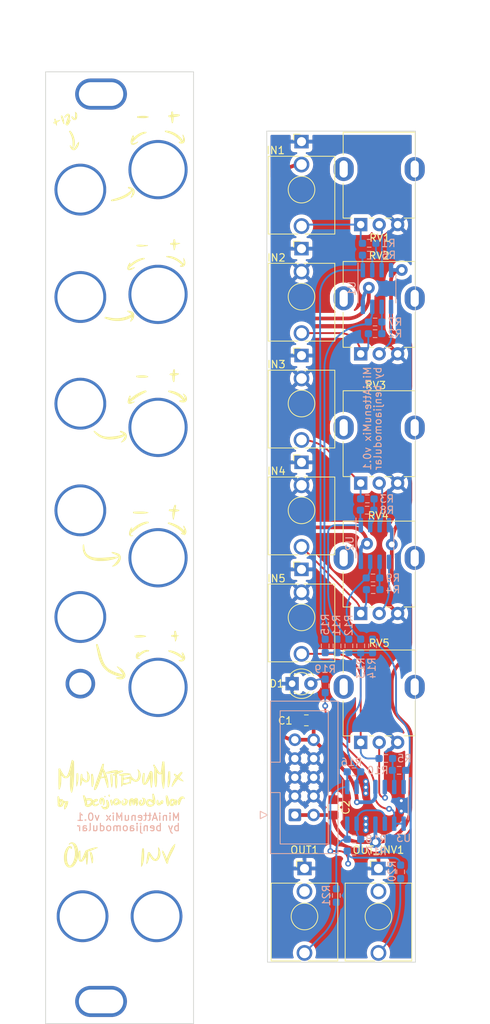
<source format=kicad_pcb>
(kicad_pcb (version 20211014) (generator pcbnew)
  (title_block (title "MiniAttenuMix") (rev "v0.1") (company "benjiaomodular"))
  (layers (0 "F.Cu" signal) (31 "B.Cu" signal) (34 "B.Paste" user) (35 "F.Paste" user) (36 "B.SilkS" user "B.Silkscreen") (37 "F.SilkS" user "F.Silkscreen") (38 "B.Mask" user) (39 "F.Mask" user) (44 "Edge.Cuts" user))
  (net 0 "")
  (net 1 "POS_12V")
  (net 2 "GND")
  (net 3 "NEG_12V")
  (net 4 "Net-(D1-Pad2)")
  (net 5 "Net-(IN1-PadT)")
  (net 6 "Net-(IN2-PadT)")
  (net 7 "Net-(IN3-PadT)")
  (net 8 "Net-(IN4-PadT)")
  (net 10 "Net-(OUT1-PadT)")
  (net 12 "Net-(OUT_INV1-PadT)")
  (net 13 "Net-(R1-Pad2)")
  (net 14 "Net-(R2-Pad2)")
  (net 15 "Net-(R3-Pad2)")
  (net 16 "Net-(R4-Pad2)")
  (net 17 "Net-(R12-Pad1)")
  (net 18 "Net-(R16-Pad2)")
  (net 19 "Net-(RV1-Pad2)")
  (net 20 "Net-(RV2-Pad2)")
  (net 21 "Net-(RV3-Pad2)")
  (net 22 "Net-(RV4-Pad2)")
  (net 23 "Net-(IN5-PadT)")
  (net 24 "Net-(R15-Pad1)")
  (net 25 "Net-(R11-Pad1)")
  (net 26 "Net-(R13-Pad1)")
  (net 27 "Net-(R11-Pad2)")
  (net 28 "Net-(R17-Pad2)")
  (net 29 "Net-(R18-Pad2)")
  (net 30 "Net-(R19-Pad2)")
  (net 31 "Net-(R10-Pad1)")
  (net 32 "Net-(R10-Pad2)")
  (net 33 "Net-(RV5-Pad2)")
  (footprint "benjiaomodular:PanelHole_AudioJack_3.5mm" (layer "F.Cu") (at 114.7 68.3)
    (fp_text reference "REF**")
    (fp_text value "PanelHole_AudioJack_3.5mm")
    (pad "" np_thru_hole circle (at 0 6.5 180) (size 7 7) (drill 6.2) (layers F&B.Cu *.Mask))
  )
  (footprint "benjiaomodular:Potentiometer_RV09" (layer "F.Cu") (at 152.6 103.125 90)
    (fp_text reference "RV4" (at 13.2 2.375 180) (layer "F.SilkS"))
    (fp_text value "B10k")
    (pad "" thru_hole oval locked (at 7.5 7.3 180) (size 2.72 3.24) (drill oval 1.1 2.3) (layers *.Cu *.Mask))
    (pad "" thru_hole oval locked (at 7.5 -2.3 180) (size 2.72 3.24) (drill oval 1.1 2.3) (layers *.Cu *.Mask))
    (pad "1" thru_hole rect locked (at 0 0 180) (size 1.8 1.8) (drill 1) (layers *.Cu *.Mask) (net 8 "Net-(IN4-PadT)"))
    (pad "2" thru_hole circle locked (at 0 2.5 180) (size 1.8 1.8) (drill 1) (layers *.Cu *.Mask) (net 22 "Net-(RV4-Pad2)"))
    (pad "3" thru_hole circle locked (at 0 5 180) (size 1.8 1.8) (drill 1) (layers *.Cu *.Mask) (net 2 "GND"))
  )
  (footprint "benjiaomodular:AudioJack_3.5mm" (layer "F.Cu") (at 155 137.55)
    (fp_text reference "OUT_INV1" (at 0 -2.5) (layer "F.SilkS"))
    (fp_text value "PJ-3001F" hide)
    (pad "S" thru_hole rect locked (at 0 0 180) (size 1.93 1.83) (drill 1.22) (layers *.Cu *.Mask) (net 2 "GND"))
    (pad "T" thru_hole circle locked (at 0 11.4 180) (size 2.13 2.13) (drill 1.43) (layers *.Cu *.Mask) (net 12 "Net-(OUT_INV1-PadT)"))
    (pad "TN" thru_hole circle locked (at 0 3.1 180) (size 2.13 2.13) (drill 1.42) (layers *.Cu *.Mask))
  )
  (footprint "benjiaomodular:PanelHole_AudioJack_3.5mm" (layer "F.Cu") (at 115 137.5)
    (fp_text reference "REF**")
    (fp_text value "PanelHole_AudioJack_3.5mm")
    (pad "" np_thru_hole circle (at 0 6.5 180) (size 7 7) (drill 6.2) (layers F&B.Cu *.Mask))
  )
  (footprint "LED_THT:LED_D3.0mm" (layer "F.Cu") (at 143.325 112.6)
    (fp_text reference "D1" (at -2.075 0) (layer "F.SilkS"))
    (fp_text value "LED_Dual_Bidirectional" hide)
    (pad "1" thru_hole rect (at 0 0) (size 1.8 1.8) (drill 0.9) (layers *.Cu *.Mask) (net 2 "GND"))
    (pad "2" thru_hole circle (at 2.54 0) (size 1.8 1.8) (drill 0.9) (layers *.Cu *.Mask) (net 4 "Net-(D1-Pad2)"))
  )
  (footprint "benjiaomodular:AudioJack_3.5mm" (layer "F.Cu") (at 144.6 53.87)
    (fp_text reference "IN2" (at -3.4 1.23) (layer "F.SilkS"))
    (fp_text value "PJ-3001F" hide)
    (pad "S" thru_hole rect locked (at 0 0 180) (size 1.93 1.83) (drill 1.22) (layers *.Cu *.Mask) (net 2 "GND"))
    (pad "T" thru_hole circle locked (at 0 11.4 180) (size 2.13 2.13) (drill 1.43) (layers *.Cu *.Mask) (net 6 "Net-(IN2-PadT)"))
    (pad "TN" thru_hole circle locked (at 0 3.1 180) (size 2.13 2.13) (drill 1.42) (layers *.Cu *.Mask) (net 2 "GND"))
  )
  (footprint "LOGO" (layer "F.Cu") (at 159.909954 129.681263)
    (fp_text reference "G***" hide)
    (fp_text value "LOGO" hide)
  )
  (footprint "benjiaomodular:PanelHole_Potentiometer_RV09" (layer "F.Cu") (at 122.7 120.6 90)
    (fp_text reference "REF**" hide)
    (fp_text value "PanelHole_Potentiometer_RV09" hide)
    (pad "" np_thru_hole circle (at 7.5 2.5 180) (size 8 8) (drill 7.2) (layers F&B.Cu *.Mask))
  )
  (footprint "benjiaomodular:PanelHole_Potentiometer_RV09" (layer "F.Cu") (at 122.7 67.5425 90)
    (fp_text reference "REF**" hide)
    (fp_text value "PanelHole_Potentiometer_RV09" hide)
    (pad "" np_thru_hole circle (at 7.5 2.5 180) (size 8 8) (drill 7.2) (layers F&B.Cu *.Mask))
  )
  (footprint "Capacitor_SMD:C_0805_2012Metric_Pad1.18x1.45mm_HandSolder" (layer "F.Cu") (at 145.25 117.55 180)
    (fp_text reference "C1" (at 2.85 -0.05) (layer "F.SilkS"))
    (fp_text value "22uF")
    (pad "1" smd roundrect (at -1.0375 0 180) (size 1.175 1.45) (layers "F.Cu" "F.Paste" "F.Mask") (roundrect_rratio 0.2127659574) (net 1 "POS_12V"))
    (pad "2" smd roundrect (at 1.0375 0 180) (size 1.175 1.45) (layers "F.Cu" "F.Paste" "F.Mask") (roundrect_rratio 0.2127659574) (net 2 "GND"))
  )
  (footprint "benjiaomodular:Potentiometer_RV09" (layer "F.Cu") (at 152.6 50.625 90)
    (fp_text reference "RV1" (at -1.8 2.575 180) (layer "F.SilkS"))
    (fp_text value "B10k")
    (pad "" thru_hole oval locked (at 7.5 7.3 180) (size 2.72 3.24) (drill oval 1.1 2.3) (layers *.Cu *.Mask))
    (pad "" thru_hole oval locked (at 7.5 -2.3 180) (size 2.72 3.24) (drill oval 1.1 2.3) (layers *.Cu *.Mask))
    (pad "1" thru_hole rect locked (at 0 0 180) (size 1.8 1.8) (drill 1) (layers *.Cu *.Mask) (net 5 "Net-(IN1-PadT)"))
    (pad "2" thru_hole circle locked (at 0 2.5 180) (size 1.8 1.8) (drill 1) (layers *.Cu *.Mask) (net 19 "Net-(RV1-Pad2)"))
    (pad "3" thru_hole circle locked (at 0 5 180) (size 1.8 1.8) (drill 1) (layers *.Cu *.Mask) (net 2 "GND"))
  )
  (footprint "benjiaomodular:PanelHole_AudioJack_3.5mm" (layer "F.Cu") (at 114.7 39.4)
    (fp_text reference "REF**")
    (fp_text value "PanelHole_AudioJack_3.5mm")
    (pad "" np_thru_hole circle (at 0 6.5 180) (size 7 7) (drill 6.2) (layers F&B.Cu *.Mask))
  )
  (footprint "benjiaomodular:Potentiometer_RV09" (layer "F.Cu") (at 152.6 85.525 90)
    (fp_text reference "RV3" (at 13.2 2.025 180) (layer "F.SilkS"))
    (fp_text value "B10k")
    (pad "" thru_hole oval locked (at 7.5 7.3 180) (size 2.72 3.24) (drill oval 1.1 2.3) (layers *.Cu *.Mask))
    (pad "" thru_hole oval locked (at 7.5 -2.3 180) (size 2.72 3.24) (drill oval 1.1 2.3) (layers *.Cu *.Mask))
    (pad "1" thru_hole rect locked (at 0 0 180) (size 1.8 1.8) (drill 1) (layers *.Cu *.Mask) (net 7 "Net-(IN3-PadT)"))
    (pad "2" thru_hole circle locked (at 0 2.5 180) (size 1.8 1.8) (drill 1) (layers *.Cu *.Mask) (net 21 "Net-(RV3-Pad2)"))
    (pad "3" thru_hole circle locked (at 0 5 180) (size 1.8 1.8) (drill 1) (layers *.Cu *.Mask) (net 2 "GND"))
  )
  (footprint "benjiaomodular:PanelHole_Potentiometer_RV09" (layer "F.Cu") (at 122.7 103.1 90)
    (fp_text reference "REF**" hide)
    (fp_text value "PanelHole_Potentiometer_RV09" hide)
    (pad "" np_thru_hole circle (at 7.5 2.5 180) (size 8 8) (drill 7.2) (layers F&B.Cu *.Mask))
  )
  (footprint "Capacitor_SMD:C_0805_2012Metric_Pad1.18x1.45mm_HandSolder" (layer "F.Cu") (at 148.9 129.3 -90)
    (fp_text reference "C2" (at 0 -1.68 90) (layer "F.SilkS"))
    (fp_text value "22uF")
    (pad "1" smd roundrect (at -1.0375 0 270) (size 1.175 1.45) (layers "F.Cu" "F.Paste" "F.Mask") (roundrect_rratio 0.2127659574) (net 2 "GND"))
    (pad "2" smd roundrect (at 1.0375 0 270) (size 1.175 1.45) (layers "F.Cu" "F.Paste" "F.Mask") (roundrect_rratio 0.2127659574) (net 3 "NEG_12V"))
  )
  (footprint "benjiaomodular:Potentiometer_RV09" (layer "F.Cu") (at 152.6 68.0728 90)
    (fp_text reference "RV2" (at 13.2478 2.5 180) (layer "F.SilkS"))
    (fp_text value "B10k")
    (pad "" thru_hole oval locked (at 7.5 7.3 180) (size 2.72 3.24) (drill oval 1.1 2.3) (layers *.Cu *.Mask))
    (pad "" thru_hole oval locked (at 7.5 -2.3 180) (size 2.72 3.24) (drill oval 1.1 2.3) (layers *.Cu *.Mask))
    (pad "1" thru_hole rect locked (at 0 0 180) (size 1.8 1.8) (drill 1) (layers *.Cu *.Mask) (net 6 "Net-(IN2-PadT)"))
    (pad "2" thru_hole circle locked (at 0 2.5 180) (size 1.8 1.8) (drill 1) (layers *.Cu *.Mask) (net 20 "Net-(RV2-Pad2)"))
    (pad "3" thru_hole circle locked (at 0 5 180) (size 1.8 1.8) (drill 1) (layers *.Cu *.Mask) (net 2 "GND"))
  )
  (footprint "benjiaomodular:Panel_4HP" (layer "F.Cu") (at 110 30)
    (fp_text reference "REF**" hide)
    (fp_text value "Panel_4HP")
    (pad "" thru_hole oval locked (at 7.5 3) (size 7 4.2) (drill oval 6 3.2) (layers *.Cu *.Mask))
    (pad "" thru_hole oval locked (at 7.5 125.5) (size 7 4.2) (drill oval 6 3.2) (layers *.Cu *.Mask))
  )
  (footprint "benjiaomodular:PanelHole_AudioJack_3.5mm" (layer "F.Cu") (at 114.7 53.9)
    (fp_text reference "REF**")
    (fp_text value "PanelHole_AudioJack_3.5mm")
    (pad "" np_thru_hole circle (at 0 6.5 180) (size 7 7) (drill 6.2) (layers F&B.Cu *.Mask))
  )
  (footprint "benjiaomodular:AudioJack_3.5mm" (layer "F.Cu") (at 145 137.55)
    (fp_text reference "OUT1" (at 0 -2.5) (layer "F.SilkS"))
    (fp_text value "PJ-3001F" hide)
    (pad "S" thru_hole rect locked (at 0 0 180) (size 1.93 1.83) (drill 1.22) (layers *.Cu *.Mask) (net 2 "GND"))
    (pad "T" thru_hole circle locked (at 0 11.4 180) (size 2.13 2.13) (drill 1.43) (layers *.Cu *.Mask) (net 10 "Net-(OUT1-PadT)"))
    (pad "TN" thru_hole circle locked (at 0 3.1 180) (size 2.13 2.13) (drill 1.42) (layers *.Cu *.Mask))
  )
  (footprint "benjiaomodular:PanelHole_AudioJack_3.5mm" (layer "F.Cu") (at 125 137.5)
    (fp_text reference "REF**")
    (fp_text value "PanelHole_AudioJack_3.5mm")
    (pad "" np_thru_hole circle (at 0 6.5 180) (size 7 7) (drill 6.2) (layers F&B.Cu *.Mask))
  )
  (footprint "benjiaomodular:PanelHole_AudioJack_3.5mm" (layer "F.Cu") (at 114.7 82.7)
    (fp_text reference "REF**")
    (fp_text value "PanelHole_AudioJack_3.5mm")
    (pad "" np_thru_hole circle (at 0 6.5 180) (size 7 7) (drill 6.2) (layers F&B.Cu *.Mask))
  )
  (footprint "benjiaomodular:AudioJack_3.5mm" (layer "F.Cu") (at 144.6 68.3)
    (fp_text reference "IN3" (at -3.4 1.2) (layer "F.SilkS"))
    (fp_text value "PJ-3001F" hide)
    (pad "S" thru_hole rect locked (at 0 0 180) (size 1.93 1.83) (drill 1.22) (layers *.Cu *.Mask) (net 2 "GND"))
    (pad "T" thru_hole circle locked (at 0 11.4 180) (size 2.13 2.13) (drill 1.43) (layers *.Cu *.Mask) (net 7 "Net-(IN3-PadT)"))
    (pad "TN" thru_hole circle locked (at 0 3.1 180) (size 2.13 2.13) (drill 1.42) (layers *.Cu *.Mask) (net 2 "GND"))
  )
  (footprint "benjiaomodular:AudioJack_3.5mm" (layer "F.Cu") (at 144.6 82.72)
    (fp_text reference "IN4" (at -3.4 1.18) (layer "F.SilkS"))
    (fp_text value "PJ-3001F" hide)
    (pad "S" thru_hole rect locked (at 0 0 180) (size 1.93 1.83) (drill 1.22) (layers *.Cu *.Mask) (net 2 "GND"))
    (pad "T" thru_hole circle locked (at 0 11.4 180) (size 2.13 2.13) (drill 1.43) (layers *.Cu *.Mask) (net 8 "Net-(IN4-PadT)"))
    (pad "TN" thru_hole circle locked (at 0 3.1 180) (size 2.13 2.13) (drill 1.42) (layers *.Cu *.Mask) (net 2 "GND"))
  )
  (footprint "benjiaomodular:PanelHole_Potentiometer_RV09" (layer "F.Cu") (at 122.7 85.5 90)
    (fp_text reference "REF**" hide)
    (fp_text value "PanelHole_Potentiometer_RV09" hide)
    (pad "" np_thru_hole circle (at 7.5 2.5 180) (size 8 8) (drill 7.2) (layers F&B.Cu *.Mask))
  )
  (footprint "benjiaomodular:AudioJack_3.5mm" (layer "F.Cu") (at 144.6 39.42)
    (fp_text reference "IN1" (at -3.5 1.18) (layer "F.SilkS"))
    (fp_text value "PJ-3001F" hide)
    (pad "S" thru_hole rect locked (at 0 0 180) (size 1.93 1.83) (drill 1.22) (layers *.Cu *.Mask) (net 2 "GND"))
    (pad "T" thru_hole circle locked (at 0 11.4 180) (size 2.13 2.13) (drill 1.43) (layers *.Cu *.Mask) (net 5 "Net-(IN1-PadT)"))
    (pad "TN" thru_hole circle locked (at 0 3.1 180) (size 2.13 2.13) (drill 1.42) (layers *.Cu *.Mask) (net 1 "POS_12V"))
  )
  (footprint "benjiaomodular:PanelHole_Potentiometer_RV09" (layer "F.Cu") (at 122.7 50.7 90)
    (fp_text reference "REF**" hide)
    (fp_text value "PanelHole_Potentiometer_RV09" hide)
    (pad "" np_thru_hole circle (at 7.5 2.5 180) (size 8 8) (drill 7.2) (layers F&B.Cu *.Mask))
  )
  (footprint "benjiaomodular:PanelHole_AudioJack_3.5mm" (layer "F.Cu") (at 114.7 97.1)
    (fp_text reference "REF**")
    (fp_text value "PanelHole_AudioJack_3.5mm")
    (pad "" np_thru_hole circle (at 0 6.5 180) (size 7 7) (drill 6.2) (layers F&B.Cu *.Mask))
  )
  (footprint "benjiaomodular:Potentiometer_RV09" (layer "F.Cu") (at 152.6 120.525 90)
    (fp_text reference "RV5" (at 13.4 2.5 180) (layer "F.SilkS"))
    (fp_text value "B10k")
    (pad "" thru_hole oval locked (at 7.5 7.3 180) (size 2.72 3.24) (drill oval 1.1 2.3) (layers *.Cu *.Mask))
    (pad "" thru_hole oval locked (at 7.5 -2.3 180) (size 2.72 3.24) (drill oval 1.1 2.3) (layers *.Cu *.Mask))
    (pad "1" thru_hole rect locked (at 0 0 180) (size 1.8 1.8) (drill 1) (layers *.Cu *.Mask) (net 23 "Net-(IN5-PadT)"))
    (pad "2" thru_hole circle locked (at 0 2.5 180) (size 1.8 1.8) (drill 1) (layers *.Cu *.Mask) (net 33 "Net-(RV5-Pad2)"))
    (pad "3" thru_hole circle locked (at 0 5 180) (size 1.8 1.8) (drill 1) (layers *.Cu *.Mask) (net 2 "GND"))
  )
  (footprint "benjiaomodular:AudioJack_3.5mm" (layer "F.Cu") (at 144.6 97.17)
    (fp_text reference "IN5" (at -3.4 1.23) (layer "F.SilkS"))
    (fp_text value "PJ-3001F" hide)
    (pad "S" thru_hole rect locked (at 0 0 180) (size 1.93 1.83) (drill 1.22) (layers *.Cu *.Mask) (net 2 "GND"))
    (pad "T" thru_hole circle locked (at 0 11.4 180) (size 2.13 2.13) (drill 1.43) (layers *.Cu *.Mask) (net 23 "Net-(IN5-PadT)"))
    (pad "TN" thru_hole circle locked (at 0 3.1 180) (size 2.13 2.13) (drill 1.42) (layers *.Cu *.Mask) (net 2 "GND"))
  )
  (footprint "Resistor_SMD:R_0603_1608Metric_Pad0.98x0.95mm_HandSolder" (layer "B.Cu") (at 151.69 124.5 180)
    (fp_text reference "R16" (at 0.34 1.3) (layer "B.SilkS") (effects (justify mirror)))
    (fp_text value "100k")
    (pad "1" smd roundrect (at -0.9125 0 180) (size 0.975 0.95) (layers "B.Cu" "B.Paste" "B.Mask") (net 27 "Net-(R11-Pad2)"))
    (pad "2" smd roundrect (at 0.9125 0 180) (size 0.975 0.95) (layers "B.Cu" "B.Paste" "B.Mask") (net 18 "Net-(R16-Pad2)"))
  )
  (footprint "Package_SO:SOIC-8_3.9x4.9mm_P1.27mm" (layer "B.Cu") (at 154.795 59.249076 -90)
    (fp_text reference "U1" (at 0 3.4 90) (layer "B.SilkS") (effects (justify mirror)))
    (fp_text value "TL072")
    (pad "1" smd roundrect (at -2.475 1.905 270) (size 1.95 0.6) (layers "B.Cu" "B.Paste" "B.Mask") (net 24 "Net-(R15-Pad1)"))
    (pad "2" smd roundrect (at -2.475 0.635 270) (size 1.95 0.6) (layers "B.Cu" "B.Paste" "B.Mask") (net 13 "Net-(R1-Pad2)"))
    (pad "3" smd roundrect (at -2.475 -0.635 270) (size 1.95 0.6) (layers "B.Cu" "B.Paste" "B.Mask") (net 19 "Net-(RV1-Pad2)"))
    (pad "4" smd roundrect (at -2.475 -1.905 270) (size 1.95 0.6) (layers "B.Cu" "B.Paste" "B.Mask") (net 3 "NEG_12V"))
    (pad "5" smd roundrect (at 2.475 -1.905 270) (size 1.95 0.6) (layers "B.Cu" "B.Paste" "B.Mask") (net 20 "Net-(RV2-Pad2)"))
    (pad "6" smd roundrect (at 2.475 -0.635 270) (size 1.95 0.6) (layers "B.Cu" "B.Paste" "B.Mask") (net 14 "Net-(R2-Pad2)"))
    (pad "7" smd roundrect (at 2.475 0.635 270) (size 1.95 0.6) (layers "B.Cu" "B.Paste" "B.Mask") (net 25 "Net-(R11-Pad1)"))
    (pad "8" smd roundrect (at 2.475 1.905 270) (size 1.95 0.6) (layers "B.Cu" "B.Paste" "B.Mask") (net 1 "POS_12V"))
  )
  (footprint "Resistor_SMD:R_0603_1608Metric_Pad0.98x0.95mm_HandSolder" (layer "B.Cu") (at 151.69 133.6 180)
    (fp_text reference "R18" (at -2.985 0) (layer "B.SilkS") (effects (justify mirror)))
    (fp_text value "100k")
    (pad "1" smd roundrect (at -0.9125 0 180) (size 0.975 0.95) (layers "B.Cu" "B.Paste" "B.Mask") (net 28 "Net-(R17-Pad2)"))
    (pad "2" smd roundrect (at 0.9125 0 180) (size 0.975 0.95) (layers "B.Cu" "B.Paste" "B.Mask") (net 29 "Net-(R18-Pad2)"))
  )
  (footprint "Resistor_SMD:R_0603_1608Metric_Pad0.98x0.95mm_HandSolder" (layer "B.Cu") (at 153.745 53.149076)
    (fp_text reference "R1" (at 2.6 0) (layer "B.SilkS") (effects (justify mirror)))
    (fp_text value "20k")
    (pad "1" smd roundrect (at -0.9125 0) (size 0.975 0.95) (layers "B.Cu" "B.Paste" "B.Mask") (net 5 "Net-(IN1-PadT)"))
    (pad "2" smd roundrect (at 0.9125 0) (size 0.975 0.95) (layers "B.Cu" "B.Paste" "B.Mask") (net 13 "Net-(R1-Pad2)"))
  )
  (footprint "Resistor_SMD:R_0603_1608Metric_Pad0.98x0.95mm_HandSolder" (layer "B.Cu") (at 149.4 107.5 -90)
    (fp_text reference "R11" (at -2.775 0.075 90) (layer "B.SilkS") (effects (justify mirror)))
    (fp_text value "100k")
    (pad "1" smd roundrect (at -0.9125 0 270) (size 0.975 0.95) (layers "B.Cu" "B.Paste" "B.Mask") (net 25 "Net-(R11-Pad1)"))
    (pad "2" smd roundrect (at 0.9125 0 270) (size 0.975 0.95) (layers "B.Cu" "B.Paste" "B.Mask") (net 27 "Net-(R11-Pad2)"))
  )
  (footprint "Resistor_SMD:R_0603_1608Metric_Pad0.98x0.95mm_HandSolder" (layer "B.Cu") (at 154.2599 98.3276 180)
    (fp_text reference "R9" (at -2.6875 0) (layer "B.SilkS") (effects (justify mirror)))
    (fp_text value "20k")
    (pad "1" smd roundrect (at -0.9125 0 180) (size 0.975 0.95) (layers "B.Cu" "B.Paste" "B.Mask") (net 16 "Net-(R4-Pad2)"))
    (pad "2" smd roundrect (at 0.9125 0 180) (size 0.975 0.95) (layers "B.Cu" "B.Paste" "B.Mask") (net 26 "Net-(R13-Pad1)"))
  )
  (footprint "Resistor_SMD:R_0603_1608Metric_Pad0.98x0.95mm_HandSolder" (layer "B.Cu") (at 154.2849 99.9026)
    (fp_text reference "R4" (at 2.675 0) (layer "B.SilkS") (effects (justify mirror)))
    (fp_text value "20k")
    (pad "1" smd roundrect (at -0.9125 0) (size 0.975 0.95) (layers "B.Cu" "B.Paste" "B.Mask") (net 8 "Net-(IN4-PadT)"))
    (pad "2" smd roundrect (at 0.9125 0) (size 0.975 0.95) (layers "B.Cu" "B.Paste" "B.Mask") (net 16 "Net-(R4-Pad2)"))
  )
  (footprint "Connector_IDC:IDC-Header_2x05_P2.54mm_Vertical" (layer "B.Cu") (at 143.6975 130.33)
    (fp_text reference "J1" hide)
    (fp_text value "IDC_2x05")
    (pad "1" thru_hole roundrect (at 0 0) (size 1.7 1.7) (drill 1) (layers *.Cu *.Mask) (roundrect_rratio 0.1470588235) (net 3 "NEG_12V"))
    (pad "2" thru_hole circle (at 2.54 0) (size 1.7 1.7) (drill 1) (layers *.Cu *.Mask) (net 3 "NEG_12V"))
    (pad "3" thru_hole circle (at 0 -2.54) (size 1.7 1.7) (drill 1) (layers *.Cu *.Mask) (net 2 "GND"))
    (pad "4" thru_hole circle (at 2.54 -2.54) (size 1.7 1.7) (drill 1) (layers *.Cu *.Mask) (net 2 "GND"))
    (pad "5" thru_hole circle (at 0 -5.08) (size 1.7 1.7) (drill 1) (layers *.Cu *.Mask) (net 2 "GND"))
    (pad "6" thru_hole circle (at 2.54 -5.08) (size 1.7 1.7) (drill 1) (layers *.Cu *.Mask) (net 2 "GND"))
    (pad "7" thru_hole circle (at 0 -7.62) (size 1.7 1.7) (drill 1) (layers *.Cu *.Mask) (net 2 "GND"))
    (pad "8" thru_hole circle (at 2.54 -7.62) (size 1.7 1.7) (drill 1) (layers *.Cu *.Mask) (net 2 "GND"))
    (pad "9" thru_hole circle (at 0 -10.16) (size 1.7 1.7) (drill 1) (layers *.Cu *.Mask) (net 1 "POS_12V"))
    (pad "10" thru_hole circle (at 2.54 -10.16) (size 1.7 1.7) (drill 1) (layers *.Cu *.Mask) (net 1 "POS_12V"))
  )
  (footprint "Resistor_SMD:R_0603_1608Metric_Pad0.98x0.95mm_HandSolder" (layer "B.Cu") (at 151.69 135.2)
    (fp_text reference "R17" (at 3 0.05) (layer "B.SilkS") (effects (justify mirror)))
    (fp_text value "100k")
    (pad "1" smd roundrect (at -0.9125 0) (size 0.975 0.95) (layers "B.Cu" "B.Paste" "B.Mask") (net 18 "Net-(R16-Pad2)"))
    (pad "2" smd roundrect (at 0.9125 0) (size 0.975 0.95) (layers "B.Cu" "B.Paste" "B.Mask") (net 28 "Net-(R17-Pad2)"))
  )
  (footprint "Resistor_SMD:R_0603_1608Metric_Pad0.98x0.95mm_HandSolder" (layer "B.Cu") (at 154.545 63.774076 180)
    (fp_text reference "R7" (at -2.7 0) (layer "B.SilkS") (effects (justify mirror)))
    (fp_text value "20k")
    (pad "1" smd roundrect (at -0.9125 0 180) (size 0.975 0.95) (layers "B.Cu" "B.Paste" "B.Mask") (net 14 "Net-(R2-Pad2)"))
    (pad "2" smd roundrect (at 0.9125 0 180) (size 0.975 0.95) (layers "B.Cu" "B.Paste" "B.Mask") (net 25 "Net-(R11-Pad1)"))
  )
  (footprint "Resistor_SMD:R_0603_1608Metric_Pad0.98x0.95mm_HandSolder" (layer "B.Cu") (at 152.6 107.5 -90)
    (fp_text reference "R13" (at 3 0 90) (layer "B.SilkS") (effects (justify mirror)))
    (fp_text value "100k")
    (pad "1" smd roundrect (at -0.9125 0 270) (size 0.975 0.95) (layers "B.Cu" "B.Paste" "B.Mask") (net 26 "Net-(R13-Pad1)"))
    (pad "2" smd roundrect (at 0.9125 0 270) (size 0.975 0.95) (layers "B.Cu" "B.Paste" "B.Mask") (net 27 "Net-(R11-Pad2)"))
  )
  (footprint "Resistor_SMD:R_0603_1608Metric_Pad0.98x0.95mm_HandSolder" (layer "B.Cu") (at 153.5 87.6526)
    (fp_text reference "R3" (at 2.625 0) (layer "B.SilkS") (effects (justify mirror)))
    (fp_text value "20k")
    (pad "1" smd roundrect (at -0.9125 0) (size 0.975 0.95) (layers "B.Cu" "B.Paste" "B.Mask") (net 7 "Net-(IN3-PadT)"))
    (pad "2" smd roundrect (at 0.9125 0) (size 0.975 0.95) (layers "B.Cu" "B.Paste" "B.Mask") (net 15 "Net-(R3-Pad2)"))
  )
  (footprint "Resistor_SMD:R_0603_1608Metric_Pad0.98x0.95mm_HandSolder" (layer "B.Cu") (at 157.79 124.3)
    (fp_text reference "R10" (at -2.89 0) (layer "B.SilkS") (effects (justify mirror)))
    (fp_text value "20k")
    (pad "1" smd roundrect (at -0.9125 0) (size 0.975 0.95) (layers "B.Cu" "B.Paste" "B.Mask") (net 31 "Net-(R10-Pad1)"))
    (pad "2" smd roundrect (at 0.9125 0) (size 0.975 0.95) (layers "B.Cu" "B.Paste" "B.Mask") (net 32 "Net-(R10-Pad2)"))
  )
  (footprint "Resistor_SMD:R_0603_1608Metric_Pad0.98x0.95mm_HandSolder" (layer "B.Cu") (at 149.3 141.2 -90)
    (fp_text reference "R21" (at 0 1.35 90) (layer "B.SilkS") (effects (justify mirror)))
    (fp_text value "1k")
    (pad "1" smd roundrect (at -0.9125 0 270) (size 0.975 0.95) (layers "B.Cu" "B.Paste" "B.Mask") (net 29 "Net-(R18-Pad2)"))
    (pad "2" smd roundrect (at 0.9125 0 270) (size 0.975 0.95) (layers "B.Cu" "B.Paste" "B.Mask") (net 10 "Net-(OUT1-PadT)"))
  )
  (footprint "Resistor_SMD:R_0603_1608Metric_Pad0.98x0.95mm_HandSolder" (layer "B.Cu") (at 153.745 54.749076 180)
    (fp_text reference "R6" (at -2.65 0) (layer "B.SilkS") (effects (justify mirror)))
    (fp_text value "20k")
    (pad "1" smd roundrect (at -0.9125 0 180) (size 0.975 0.95) (layers "B.Cu" "B.Paste" "B.Mask") (net 13 "Net-(R1-Pad2)"))
    (pad "2" smd roundrect (at 0.9125 0 180) (size 0.975 0.95) (layers "B.Cu" "B.Paste" "B.Mask") (net 24 "Net-(R15-Pad1)"))
  )
  (footprint "Resistor_SMD:R_0603_1608Metric_Pad0.98x0.95mm_HandSolder" (layer "B.Cu") (at 151 107.5 -90)
    (fp_text reference "R12" (at -2.775 0.025 90) (layer "B.SilkS") (effects (justify mirror)))
    (fp_text value "100k")
    (pad "1" smd roundrect (at -0.9125 0 270) (size 0.975 0.95) (layers "B.Cu" "B.Paste" "B.Mask") (net 17 "Net-(R12-Pad1)"))
    (pad "2" smd roundrect (at 0.9125 0 270) (size 0.975 0.95) (layers "B.Cu" "B.Paste" "B.Mask") (net 27 "Net-(R11-Pad2)"))
  )
  (footprint "Resistor_SMD:R_0603_1608Metric_Pad0.98x0.95mm_HandSolder" (layer "B.Cu") (at 153.4699 89.1776 180)
    (fp_text reference "R8" (at -2.675 0) (layer "B.SilkS") (effects (justify mirror)))
    (fp_text value "20k")
    (pad "1" smd roundrect (at -0.9125 0 180) (size 0.975 0.95) (layers "B.Cu" "B.Paste" "B.Mask") (net 15 "Net-(R3-Pad2)"))
    (pad "2" smd roundrect (at 0.9125 0 180) (size 0.975 0.95) (layers "B.Cu" "B.Paste" "B.Mask") (net 17 "Net-(R12-Pad1)"))
  )
  (footprint "Resistor_SMD:R_0603_1608Metric_Pad0.98x0.95mm_HandSolder" (layer "B.Cu") (at 154.2 107.5 -90)
    (fp_text reference "R14" (at 3 0.1 90) (layer "B.SilkS") (effects (justify mirror)))
    (fp_text value "100k")
    (pad "1" smd roundrect (at -0.9125 0 270) (size 0.975 0.95) (layers "B.Cu" "B.Paste" "B.Mask") (net 32 "Net-(R10-Pad2)"))
    (pad "2" smd roundrect (at 0.9125 0 270) (size 0.975 0.95) (layers "B.Cu" "B.Paste" "B.Mask") (net 27 "Net-(R11-Pad2)"))
  )
  (footprint "Resistor_SMD:R_0603_1608Metric_Pad0.98x0.95mm_HandSolder" (layer "B.Cu") (at 147.8 112.9 -90)
    (fp_text reference "R19" (at -2.275 0 180) (layer "B.SilkS") (effects (justify mirror)))
    (fp_text value "4.7k")
    (pad "1" smd roundrect (at -0.9125 0 270) (size 0.975 0.95) (layers "B.Cu" "B.Paste" "B.Mask") (net 4 "Net-(D1-Pad2)"))
    (pad "2" smd roundrect (at 0.9125 0 270) (size 0.975 0.95) (layers "B.Cu" "B.Paste" "B.Mask") (net 30 "Net-(R19-Pad2)"))
  )
  (footprint "Package_SO:SOIC-8_3.9x4.9mm_P1.27mm" (layer "B.Cu") (at 154.5199 93.6776 -90)
    (fp_text reference "U2" (at 0 3.4 90) (layer "B.SilkS") (effects (justify mirror)))
    (fp_text value "TL072")
    (pad "1" smd roundrect (at -2.475 1.905 270) (size 1.95 0.6) (layers "B.Cu" "B.Paste" "B.Mask") (net 17 "Net-(R12-Pad1)"))
    (pad "2" smd roundrect (at -2.475 0.635 270) (size 1.95 0.6) (layers "B.Cu" "B.Paste" "B.Mask") (net 15 "Net-(R3-Pad2)"))
    (pad "3" smd roundrect (at -2.475 -0.635 270) (size 1.95 0.6) (layers "B.Cu" "B.Paste" "B.Mask") (net 21 "Net-(RV3-Pad2)"))
    (pad "4" smd roundrect (at -2.475 -1.905 270) (size 1.95 0.6) (layers "B.Cu" "B.Paste" "B.Mask") (net 3 "NEG_12V"))
    (pad "5" smd roundrect (at 2.475 -1.905 270) (size 1.95 0.6) (layers "B.Cu" "B.Paste" "B.Mask") (net 22 "Net-(RV4-Pad2)"))
    (pad "6" smd roundrect (at 2.475 -0.635 270) (size 1.95 0.6) (layers "B.Cu" "B.Paste" "B.Mask") (net 16 "Net-(R4-Pad2)"))
    (pad "7" smd roundrect (at 2.475 0.635 270) (size 1.95 0.6) (layers "B.Cu" "B.Paste" "B.Mask") (net 26 "Net-(R13-Pad1)"))
    (pad "8" smd roundrect (at 2.475 1.905 270) (size 1.95 0.6) (layers "B.Cu" "B.Paste" "B.Mask") (net 1 "POS_12V"))
  )
  (footprint "Resistor_SMD:R_0603_1608Metric_Pad0.98x0.95mm_HandSolder" (layer "B.Cu") (at 158 138 -90)
    (fp_text reference "R20" (at -0.075 1.175 90) (layer "B.SilkS") (effects (justify mirror)))
    (fp_text value "1k")
    (pad "1" smd roundrect (at -0.9125 0 270) (size 0.975 0.95) (layers "B.Cu" "B.Paste" "B.Mask") (net 18 "Net-(R16-Pad2)"))
    (pad "2" smd roundrect (at 0.9125 0 270) (size 0.975 0.95) (layers "B.Cu" "B.Paste" "B.Mask") (net 12 "Net-(OUT_INV1-PadT)"))
  )
  (footprint "Package_SO:SOIC-14_3.9x8.7mm_P1.27mm" (layer "B.Cu") (at 154.59 129.025 -90)
    (fp_text reference "U3" (at 4.425 -3.81) (layer "B.SilkS") (effects (justify mirror)))
    (fp_text value "TL074")
    (pad "1" smd roundrect (at -2.475 3.81 270) (size 1.95 0.6) (layers "B.Cu" "B.Paste" "B.Mask") (net 18 "Net-(R16-Pad2)"))
    (pad "2" smd roundrect (at -2.475 2.54 270) (size 1.95 0.6) (layers "B.Cu" "B.Paste" "B.Mask") (net 27 "Net-(R11-Pad2)"))
    (pad "3" smd roundrect (at -2.475 1.27 270) (size 1.95 0.6) (layers "B.Cu" "B.Paste" "B.Mask") (net 2 "GND"))
    (pad "4" smd roundrect (at -2.475 0 270) (size 1.95 0.6) (layers "B.Cu" "B.Paste" "B.Mask") (net 1 "POS_12V"))
    (pad "5" smd roundrect (at -2.475 -1.27 270) (size 1.95 0.6) (layers "B.Cu" "B.Paste" "B.Mask") (net 33 "Net-(RV5-Pad2)"))
    (pad "6" smd roundrect (at -2.475 -2.54 270) (size 1.95 0.6) (layers "B.Cu" "B.Paste" "B.Mask") (net 31 "Net-(R10-Pad1)"))
    (pad "7" smd roundrect (at -2.475 -3.81 270) (size 1.95 0.6) (layers "B.Cu" "B.Paste" "B.Mask") (net 32 "Net-(R10-Pad2)"))
    (pad "8" smd roundrect (at 2.475 -3.81 270) (size 1.95 0.6) (layers "B.Cu" "B.Paste" "B.Mask") (net 30 "Net-(R19-Pad2)"))
    (pad "9" smd roundrect (at 2.475 -2.54 270) (size 1.95 0.6) (layers "B.Cu" "B.Paste" "B.Mask") (net 30 "Net-(R19-Pad2)"))
    (pad "10" smd roundrect (at 2.475 -1.27 270) (size 1.95 0.6) (layers "B.Cu" "B.Paste" "B.Mask") (net 28 "Net-(R17-Pad2)"))
    (pad "11" smd roundrect (at 2.475 0 270) (size 1.95 0.6) (layers "B.Cu" "B.Paste" "B.Mask") (net 3 "NEG_12V"))
    (pad "12" smd roundrect (at 2.475 1.27 270) (size 1.95 0.6) (layers "B.Cu" "B.Paste" "B.Mask") (net 2 "GND"))
    (pad "13" smd roundrect (at 2.475 2.54 270) (size 1.95 0.6) (layers "B.Cu" "B.Paste" "B.Mask") (net 28 "Net-(R17-Pad2)"))
    (pad "14" smd roundrect (at 2.475 3.81 270) (size 1.95 0.6) (layers "B.Cu" "B.Paste" "B.Mask") (net 29 "Net-(R18-Pad2)"))
  )
  (footprint "Resistor_SMD:R_0603_1608Metric_Pad0.98x0.95mm_HandSolder" (layer "B.Cu") (at 147.8 107.5 -90)
    (fp_text reference "R15" (at -2.9 0 90) (layer "B.SilkS") (effects (justify mirror)))
    (fp_text value "100k")
    (pad "1" smd roundrect (at -0.9125 0 270) (size 0.975 0.95) (layers "B.Cu" "B.Paste" "B.Mask") (net 24 "Net-(R15-Pad1)"))
    (pad "2" smd roundrect (at 0.9125 0 270) (size 0.975 0.95) (layers "B.Cu" "B.Paste" "B.Mask") (net 27 "Net-(R11-Pad2)"))
  )
  (footprint "Resistor_SMD:R_0603_1608Metric_Pad0.98x0.95mm_HandSolder" (layer "B.Cu") (at 154.545 65.349076)
    (fp_text reference "R2" (at 2.7 0) (layer "B.SilkS") (effects (justify mirror)))
    (fp_text value "20k")
    (pad "1" smd roundrect (at -0.9125 0) (size 0.975 0.95) (layers "B.Cu" "B.Paste" "B.Mask") (net 6 "Net-(IN2-PadT)"))
    (pad "2" smd roundrect (at 0.9125 0) (size 0.975 0.95) (layers "B.Cu" "B.Paste" "B.Mask") (net 14 "Net-(R2-Pad2)"))
  )
  (footprint "Resistor_SMD:R_0603_1608Metric_Pad0.98x0.95mm_HandSolder" (layer "B.Cu") (at 156 122.7)
    (fp_text reference "R5" (at 2.5 0) (layer "B.SilkS") (effects (justify mirror)))
    (fp_text value "20k")
    (pad "1" smd roundrect (at -0.9125 0) (size 0.975 0.95) (layers "B.Cu" "B.Paste" "B.Mask") (net 23 "Net-(IN5-PadT)"))
    (pad "2" smd roundrect (at 0.9125 0) (size 0.975 0.95) (layers "B.Cu" "B.Paste" "B.Mask") (net 31 "Net-(R10-Pad1)"))
  )
  (gr_line (start 139.9 38) (end 140 150.2) (layer "Edge.Cuts") (width 0.1))
  (gr_line (start 110 158.5) (end 110 30) (layer "Edge.Cuts") (width 0.1))
  (gr_line (start 130 158.5) (end 110 158.5) (layer "Edge.Cuts") (width 0.1))
  (gr_line (start 110 30) (end 130 30) (layer "Edge.Cuts") (width 0.1))
  (gr_line (start 160 150.2) (end 160 38) (layer "Edge.Cuts") (width 0.1))
  (gr_line (start 140 150.2) (end 160 150.2) (layer "Edge.Cuts") (width 0.1))
  (gr_line (start 130 30) (end 130 158.5) (layer "Edge.Cuts") (width 0.1))
  (gr_line (start 139.9 38) (end 160 38) (layer "Edge.Cuts") (width 0.1))
  (gr_text "MiniAttenuMix v0.1" (at 153.5 76.8 90) (layer "B.SilkS") (effects (font (size 1 1)) (justify mirror)))
  (gr_text "by benjiaomodular" (at 121.2 132) (layer "B.SilkS") (effects (font (size 1 1)) (justify mirror)))
  (gr_text "MiniAttenuMix v0.1" (at 121.2 130.6) (layer "B.SilkS") (effects (font (size 1 1)) (justify mirror)))
  (gr_text "by benjiaomodular" (at 154.9 76.8 90) (layer "B.SilkS") (effects (font (size 1 1)) (justify mirror)))
  (via (at 114.7 112.6) (size 4) (drill 3) (layers "F.Cu" "B.Cu") (net 0))
  (segment (start 146.2375 120.17) (end 146.2375 117.6) (width 0.5) (layer "F.Cu") (net 1))
  (segment (start 143.6 63.3) (end 150.816791 63.3) (width 0.5) (layer "F.Cu") (net 1))
  (segment (start 150.267432 124.199933) (end 146.2375 120.17) (width 0.5) (layer "F.Cu") (net 1))
  (segment (start 141 117.4725) (end 141 95.45) (width 0.5) (layer "F.Cu") (net 1))
  (segment (start 153.7 60.416791) (end 153.7 59.15) (width 0.5) (layer "F.Cu") (net 1))
  (segment (start 141 93.5) (end 141 94.4) (width 0.5) (layer "F.Cu") (net 1))
  (segment (start 141 95.45) (end 141 46.12) (width 0.5) (layer "F.Cu") (net 1))
  (segment (start 151.2549 91.5) (end 143 91.5) (width 0.5) (layer "F.Cu") (net 1))
  (segment (start 141 95.45) (end 141 94.4) (width 0.5) (layer "F.Cu") (net 1))
  (segment (start 143.6975 120.17) (end 146.2375 120.17) (width 0.5) (layer "F.Cu") (net 1))
  (segment (start 141 65.5) (end 141 46.12) (width 0.5) (layer "F.Cu") (net 1))
  (segment (start 141 94.4) (end 141 66) (width 0.5) (layer "F.Cu") (net 1))
  (segment (start 141 66) (end 141 65.5) (width 0.5) (layer "F.Cu") (net 1))
  (segment (start 141 66) (end 141 65.9) (width 0.5) (layer "F.Cu") (net 1))
  (via (at 153.4549 93.7) (size 1.6) (drill 0.8) (layers "F.Cu" "B.Cu") (net 1))
  (via (at 153.7 59.15) (size 1.6) (drill 0.8) (layers "F.Cu" "B.Cu") (net 1))
  (via (at 152.09 128.6) (size 0.8) (drill 0.4) (layers "F.Cu" "B.Cu") (net 1))
  (arc (start 143 91.5) (mid 141.585786 92.085786) (end 141 93.5) (width 0.5) (layer "F.Cu") (net 1))
  (arc (start 141 46.12) (mid 142.054416 43.574416) (end 144.6 42.52) (width 0.5) (layer "F.Cu") (net 1))
  (arc (start 152.09 128.6) (mid 151.61633 126.218701) (end 150.267432 124.199933) (width 0.5) (layer "F.Cu") (net 1))
  (arc (start 146.2375 117.6) (mid 146.252145 117.564645) (end 146.2875 117.55) (width 0.5) (layer "F.Cu") (net 1))
  (arc (start 153.4549 93.7) (mid 152.810535 92.144365) (end 151.2549 91.5) (width 0.5) (layer "F.Cu") (net 1))
  (arc (start 143.6975 120.17) (mid 141.790079 119.379921) (end 141 117.4725) (width 0.5) (layer "F.Cu") (net 1))
  (arc (start 141 65.9) (mid 141.761522 64.061522) (end 143.6 63.3) (width 0.5) (layer "F.Cu") (net 1))
  (arc (start 150.816791 63.3) (mid 152.855528 62.455528) (end 153.7 60.416791) (width 0.5) (layer "F.Cu") (net 1))
  (segment (start 152.6149 94.54) (end 152.6149 96.1526) (width 0.5) (layer "B.Cu") (net 1))
  (segment (start 152.09 128.6) (end 153.745 128.6) (width 0.5) (layer "B.Cu") (net 1))
  (segment (start 154.59 127.755) (end 154.59 126.55) (width 0.5) (layer "B.Cu") (net 1))
  (segment (start 152.89 61.105512) (end 152.89 61.724076) (width 0.5) (layer "B.Cu") (net 1))
  (arc (start 153.745 128.6) (mid 154.342505 128.352505) (end 154.59 127.755) (width 0.5) (layer "B.Cu") (net 1))
  (arc (start 153.7 59.15) (mid 153.100512 60.047196) (end 152.89 61.105512) (width 0.5) (layer "B.Cu") (net 1))
  (arc (start 153.4549 93.7) (mid 152.86093 93.94603) (end 152.6149 94.54) (width 0.5) (layer "B.Cu") (net 1))
  (via (at 153.29 127.4) (size 0.8) (drill 0.4) (layers "F.Cu" "B.Cu") (net 2))
  (via (at 153.29 125.8) (size 0.8) (drill 0.4) (layers "F.Cu" "B.Cu") (net 2))
  (via (at 153.29 130.8) (size 0.8) (drill 0.4) (layers "F.Cu" "B.Cu") (net 2))
  (via (at 158.09 128.4) (size 0.8) (drill 0.4) (layers "F.Cu" "B.Cu") (net 2))
  (via (at 153.29 132.4) (size 0.8) (drill 0.4) (layers "F.Cu" "B.Cu") (net 2))
  (via (at 153.29 126.6) (size 0.8) (drill 0.4) (layers "F.Cu" "B.Cu") (net 2))
  (via (at 158.09 129.8) (size 0.8) (drill 0.4) (layers "F.Cu" "B.Cu") (net 2))
  (via (at 153.29 131.6) (size 0.8) (drill 0.4) (layers "F.Cu" "B.Cu") (net 2))
  (segment (start 159.3 67) (end 159.3 72.402944) (width 0.5) (layer "F.Cu") (net 3))
  (segment (start 156.7 58.195584) (end 156.7 64.4) (width 0.5) (layer "F.Cu") (net 3))
  (segment (start 159.3 85.597056) (end 159.3 87.785787) (width 0.5) (layer "F.Cu") (net 3))
  (segment (start 158.310051 109.38995) (end 158.2 109.5) (width 0.5) (layer "F.Cu") (net 3))
  (segment (start 148.9 130.3375) (end 143.705 130.3375) (width 0.5) (layer "F.Cu") (net 3))
  (segment (start 157.9 117.3) (end 158.692893 118.092893) (width 0.5) (layer "F.Cu") (net 3))
  (segment (start 152.5525 133.99) (end 154.59 133.99) (width 0.5) (layer "F.Cu") (net 3))
  (segment (start 159.4 119.8) (end 159.3 129.28) (width 0.5) (layer "F.Cu") (net 3))
  (segment (start 157.2 77.472792) (end 157.2 80.527208) (width 0.5) (layer "F.Cu") (net 3))
  (segment (start 156.8 93.82132) (end 156.8 97.7) (width 0.5) (layer "F.Cu") (net 3))
  (segment (start 158.2 109.5) (end 157.860661 109.839339) (width 0.5) (layer "F.Cu") (net 3))
  (segment (start 156.8 112.4) (end 156.8 114.644366) (width 0.5) (layer "F.Cu") (net 3))
  (segment (start 157.719239 99.919239) (end 158.805025 101.005026) (width 0.5) (layer "F.Cu") (net 3))
  (segment (start 159.3 102.2) (end 159.3 107) (width 0.5) (layer "F.Cu") (net 3))
  (via (at 158.147792 56.747792) (size 1.6) (drill 0.8) (layers "F.Cu" "B.Cu") (net 3))
  (via (at 154.59 133.99) (size 1.6) (drill 0.8) (layers "F.Cu" "B.Cu") (net 3))
  (via (at 156.8 93.8) (size 1.6) (drill 0.8) (layers "F.Cu" "B.Cu") (net 3))
  (arc (start 158.1 82.7) (mid 158.98813 84.029181) (end 159.3 85.597056) (width 0.5) (layer "F.Cu") (net 3))
  (arc (start 158.1 75.3) (mid 157.433902 76.296885) (end 157.2 77.472792) (width 0.5) (layer "F.Cu") (net 3))
  (arc (start 159.3 87.785787) (mid 159.040108 89.09235) (end 158.3 90.2) (width 0.5) (layer "F.Cu") (net 3))
  (arc (start 159.3 129.28) (mid 157.920473 132.610473) (end 154.59 133.99) (width 0.5) (layer "F.Cu") (net 3))
  (arc (start 159.3 107) (mid 159.042721 108.293431) (end 158.310051 109.38995) (width 0.5) (layer "F.Cu") (net 3))
  (arc (start 157.2 80.527208) (mid 157.433903 81.703114) (end 158.1 82.7) (width 0.5) (layer "F.Cu") (net 3))
  (arc (start 156.7 64.4) (mid 156.963604 65.036396) (end 157.6 65.3) (width 0.5) (layer "F.Cu") (net 3))
  (arc (start 148.9 130.3375) (mid 149.969792 132.920208) (end 152.5525 133.99) (width 0.5) (layer "F.Cu") (net 3))
  (arc (start 158.147792 56.747792) (mid 157.124048 57.17184) (end 156.7 58.195584) (width 0.5) (layer "F.Cu") (net 3))
  (arc (start 158.3 90.2) (mid 157.189837 91.861475) (end 156.8 93.82132) (width 0.5) (layer "F.Cu") (net 3))
  (arc (start 157.6 65.3) (mid 158.802082 65.797918) (end 159.3 67) (width 0.5) (layer "F.Cu") (net 3))
  (arc (start 156.8 114.644366) (mid 157.085881 116.081585) (end 157.9 117.3) (width 0.5) (layer "F.Cu") (net 3))
  (arc (start 158.805025 101.005026) (mid 159.17136 101.553285) (end 159.3 102.2) (width 0.5) (layer "F.Cu") (net 3))
  (arc (start 143.705 130.3375) (mid 143.699697 130.335303) (end 143.6975 130.33) (width 0.5) (layer "F.Cu") (net 3))
  (arc (start 159.3 72.402944) (mid 158.98813 73.970819) (end 158.1 75.3) (width 0.5) (layer "F.Cu") (net 3))
  (arc (start 157.860661 109.839339) (mid 157.075657 111.01418) (end 156.8 112.4) (width 0.5) (layer "F.Cu") (net 3))
  (arc (start 158.692893 118.092893) (mid 159.216229 118.87612) (end 159.4 119.8) (width 0.5) (layer "F.Cu") (net 3))
  (arc (start 156.8 97.7) (mid 157.038902 98.901044) (end 157.719239 99.919239) (width 0.5) (layer "F.Cu") (net 3))
  (segment (start 156.8 93.8) (end 156.8 92.108171) (width 0.5) (layer "B.Cu") (net 3))
  (segment (start 154.59 131.5) (end 154.59 133.99) (width 0.5) (layer "B.Cu") (net 3))
  (segment (start 158.147792 56.747792) (end 156.726284 56.747792) (width 0.5) (layer "B.Cu") (net 3))
  (arc (start 156.8 92.108171) (mid 156.702515 91.618079) (end 156.4249 91.2026) (width 0.5) (layer "B.Cu") (net 3))
  (arc (start 156.725 56.749076) (mid 156.707322 56.756398) (end 156.7 56.774076) (width 0.5) (layer "B.Cu") (net 3))
  (arc (start 156.726284 56.747792) (mid 156.707698 56.75549) (end 156.7 56.774076) (width 0.5) (layer "B.Cu") (net 3))
  (segment (start 147.8 111.9875) (end 147.343705 111.9875) (width 0.25) (layer "B.Cu") (net 4))
  (arc (start 147.343705 111.9875) (mid 146.543436 112.146683) (end 145.865 112.6) (width 0.25) (layer "B.Cu") (net 4))
  (segment (start 152.6 50.625) (end 152.6 52.916576) (width 0.25) (layer "B.Cu") (net 5))
  (segment (start 145.070771 50.625) (end 152.6 50.625) (width 0.25) (layer "B.Cu") (net 5))
  (arc (start 144.6 50.82) (mid 144.815991 50.675679) (end 145.070771 50.625) (width 0.25) (layer "B.Cu") (net 5))
  (arc (start 152.6 52.916576) (mid 152.668098 53.080978) (end 152.8325 53.149076) (width 0.25) (layer "B.Cu") (net 5))
  (segment (start 149.7972 65.27) (end 144.6 65.27) (width 0.25) (layer "F.Cu") (net 6))
  (arc (start 152.6 68.0728) (mid 151.779079 66.090921) (end 149.7972 65.27) (width 0.25) (layer "F.Cu") (net 6))
  (segment (start 153.6325 65.349076) (end 153.6325 67.0403) (width 0.25) (layer "B.Cu") (net 6))
  (arc (start 153.6325 67.0403) (mid 153.330088 67.770388) (end 152.6 68.0728) (width 0.25) (layer "B.Cu") (net 6))
  (segment (start 148.312957 81.237957) (end 152.6 85.525) (width 0.25) (layer "F.Cu") (net 7))
  (arc (start 144.6 79.7) (mid 146.609438 80.099702) (end 148.312957 81.237957) (width 0.25) (layer "F.Cu") (net 7))
  (segment (start 152.5875 87.6526) (end 152.5875 85.555177) (width 0.25) (layer "B.Cu") (net 7))
  (arc (start 152.5875 85.555177) (mid 152.590749 85.538846) (end 152.6 85.525) (width 0.25) (layer "B.Cu") (net 7))
  (segment (start 151.889358 101.409357) (end 144.6 94.12) (width 0.25) (layer "F.Cu") (net 8))
  (arc (start 152.6 103.125) (mid 152.41531 102.196501) (end 151.889358 101.409357) (width 0.25) (layer "F.Cu") (net 8))
  (segment (start 153.3724 99.9026) (end 153.3724 101.260262) (width 0.25) (layer "B.Cu") (net 8))
  (arc (start 153.3724 101.260262) (mid 153.171659 102.269451) (end 152.6 103.125) (width 0.25) (layer "B.Cu") (net 8))
  (segment (start 147.514555 146.435444) (end 145 148.95) (width 0.25) (layer "B.Cu") (net 10))
  (arc (start 149.3 142.125) (mid 148.835978 144.457796) (end 147.514555 146.435444) (width 0.25) (layer "B.Cu") (net 10))
  (segment (start 157.95 139.1125) (end 157.95 141.82807) (width 0.25) (layer "B.Cu") (net 12))
  (arc (start 157.95 141.82807) (mid 157.18332 145.682431) (end 155 148.95) (width 0.25) (layer "B.Cu") (net 12))
  (segment (start 154.16 55.246576) (end 154.16 56.774076) (width 0.25) (layer "B.Cu") (net 13))
  (segment (start 154.6575 54.749076) (end 154.6575 53.149076) (width 0.25) (layer "B.Cu") (net 13))
  (arc (start 154.6575 54.749076) (mid 154.305714 54.89479) (end 154.16 55.246576) (width 0.25) (layer "B.Cu") (net 13))
  (segment (start 155.4575 65.349076) (end 155.4575 61.790466) (width 0.25) (layer "B.Cu") (net 14))
  (arc (start 155.4575 61.790466) (mid 155.450353 61.754536) (end 155.43 61.724076) (width 0.25) (layer "B.Cu") (net 14))
  (segment (start 154.4125 87.6526) (end 154.4125 89.104933) (width 0.25) (layer "B.Cu") (net 15))
  (segment (start 154.3824 89.1776) (end 154.3824 90.001529) (width 0.25) (layer "B.Cu") (net 15))
  (arc (start 154.4125 89.104933) (mid 154.404677 89.14426) (end 154.3824 89.1776) (width 0.25) (layer "B.Cu") (net 15))
  (arc (start 154.3824 90.001529) (mid 154.253104 90.651544) (end 153.8849 91.2026) (width 0.25) (layer "B.Cu") (net 15))
  (segment (start 155.1549 96.1526) (end 155.1549 99.799996) (width 0.25) (layer "B.Cu") (net 16))
  (arc (start 155.1549 99.799996) (mid 155.165946 99.855524) (end 155.1974 99.9026) (width 0.25) (layer "B.Cu") (net 16))
  (segment (start 151 106.5) (end 151 106.5875) (width 0.25) (layer "B.Cu") (net 17))
  (segment (start 148.2 92.2) (end 148.2 100.1147) (width 0.25) (layer "B.Cu") (net 17))
  (segment (start 152.5574 89.1776) (end 152.5574 91.063783) (width 0.25) (layer "B.Cu") (net 17))
  (segment (start 152.6149 91.2026) (end 149.1974 91.2026) (width 0.25) (layer "B.Cu") (net 17))
  (segment (start 150.797063 106.384563) (end 151 106.5875) (width 0.25) (layer "B.Cu") (net 17))
  (arc (start 148.2 100.1147) (mid 148.874955 103.507925) (end 150.797063 106.384563) (width 0.25) (layer "B.Cu") (net 17))
  (arc (start 149.1974 91.2026) (mid 148.492132 91.494732) (end 148.2 92.2) (width 0.25) (layer "B.Cu") (net 17))
  (arc (start 152.5574 91.063783) (mid 152.572344 91.13891) (end 152.6149 91.2026) (width 0.25) (layer "B.Cu") (net 17))
  (segment (start 150.9 136.4) (end 150.9 136.9) (width 0.25) (layer "F.Cu") (net 18))
  (segment (start 148.5 135.2) (end 149.7 135.2) (width 0.25) (layer "F.Cu") (net 18))
  (via (at 150.9 136.9) (size 0.8) (drill 0.4) (layers "F.Cu" "B.Cu") (net 18))
  (via (at 148.5 135.2) (size 0.8) (drill 0.4) (layers "F.Cu" "B.Cu") (net 18))
  (arc (start 149.7 135.2) (mid 150.548528 135.551472) (end 150.9 136.4) (width 0.25) (layer "F.Cu") (net 18))
  (segment (start 150.7775 124.5) (end 150.7775 126.543965) (width 0.25) (layer "B.Cu") (net 18))
  (segment (start 151.6775 136.1) (end 157.0125 136.1) (width 0.25) (layer "B.Cu") (net 18))
  (segment (start 148.5 135.2) (end 148.5 128.83) (width 0.25) (layer "B.Cu") (net 18))
  (segment (start 150.9 136.9) (end 150.9 135.3225) (width 0.25) (layer "B.Cu") (net 18))
  (arc (start 150.7775 135.2) (mid 151.041104 135.836396) (end 151.6775 136.1) (width 0.25) (layer "B.Cu") (net 18))
  (arc (start 150.9 135.3225) (mid 150.864121 135.235879) (end 150.7775 135.2) (width 0.25) (layer "B.Cu") (net 18))
  (arc (start 150.7775 126.543965) (mid 150.77815 126.547231) (end 150.78 126.55) (width 0.25) (layer "B.Cu") (net 18))
  (arc (start 148.5 128.83) (mid 149.167797 127.217797) (end 150.78 126.55) (width 0.25) (layer "B.Cu") (net 18))
  (arc (start 157.0125 136.1) (mid 157.710768 136.389232) (end 158 137.0875) (width 0.25) (layer "B.Cu") (net 18))
  (segment (start 155.1 50.625) (end 155.47 50.995) (width 0.25) (layer "B.Cu") (net 19))
  (segment (start 155.47 50.995) (end 155.47 56.734076) (width 0.25) (layer "B.Cu") (net 19))
  (arc (start 155.47 56.734076) (mid 155.458284 56.76236) (end 155.43 56.774076) (width 0.25) (layer "B.Cu") (net 19))
  (segment (start 156.7 61.724076) (end 156.7 65.9) (width 0.25) (layer "B.Cu") (net 20))
  (segment (start 156.294969 66.877831) (end 155.1 68.0728) (width 0.25) (layer "B.Cu") (net 20))
  (arc (start 156.7 65.9) (mid 156.594736 66.429198) (end 156.294969 66.877831) (width 0.25) (layer "B.Cu") (net 20))
  (segment (start 155.5 86.490685) (end 155.5 90.369455) (width 0.25) (layer "B.Cu") (net 21))
  (arc (start 155.1 85.525) (mid 155.396043 85.96806) (end 155.5 86.490685) (width 0.25) (layer "B.Cu") (net 21))
  (arc (start 155.5 90.369455) (mid 155.410311 90.82035) (end 155.1549 91.2026) (width 0.25) (layer "B.Cu") (net 21))
  (segment (start 156.4249 96.1526) (end 156.4249 99.926409) (width 0.25) (layer "B.Cu") (net 22))
  (arc (start 156.4249 99.926409) (mid 156.080569 101.657474) (end 155.1 103.125) (width 0.25) (layer "B.Cu") (net 22))
  (segment (start 144.6 108.57) (end 149.063215 108.57) (width 0.25) (layer "F.Cu") (net 23))
  (segment (start 152.6 112.106785) (end 152.6 120.525) (width 0.25) (layer "F.Cu") (net 23))
  (arc (start 149.063215 108.57) (mid 151.5641 109.6059) (end 152.6 112.106785) (width 0.25) (layer "F.Cu") (net 23))
  (segment (start 152.6 120.525) (end 152.6 121.675) (width 0.25) (layer "B.Cu") (net 23))
  (segment (start 153.625 122.7) (end 155.0875 122.7) (width 0.25) (layer "B.Cu") (net 23))
  (arc (start 152.6 121.675) (mid 152.900216 122.399784) (end 153.625 122.7) (width 0.25) (layer "B.Cu") (net 23))
  (segment (start 147.2 101.7) (end 147.2 105.138972) (width 0.25) (layer "B.Cu") (net 24))
  (segment (start 152.8325 54.749076) (end 152.8325 56.716576) (width 0.25) (layer "B.Cu") (net 24))
  (segment (start 147.1 60.064084) (end 147.2 101.7) (width 0.25) (layer "B.Cu") (net 24))
  (segment (start 152.89 56.774076) (end 150.390008 56.774076) (width 0.25) (layer "B.Cu") (net 24))
  (arc (start 152.8325 56.716576) (mid 152.849341 56.757235) (end 152.89 56.774076) (width 0.25) (layer "B.Cu") (net 24))
  (arc (start 147.2 105.138972) (mid 147.355935 105.922909) (end 147.8 106.5875) (width 0.25) (layer "B.Cu") (net 24))
  (arc (start 150.390008 56.774076) (mid 150.390002 56.774078) (end 150.39 56.774084) (width 0.25) (layer "B.Cu") (net 24))
  (arc (start 150.39 56.774084) (mid 148.063619 57.737703) (end 147.1 60.064084) (width 0.25) (layer "B.Cu") (net 24))
  (segment (start 147.7 69.998581) (end 147.7 102.483301) (width 0.25) (layer "B.Cu") (net 25))
  (segment (start 153.6325 63.774076) (end 153.629194 64.069387) (width 0.25) (layer "B.Cu") (net 25))
  (segment (start 154.16 61.724076) (end 154.16 62.500579) (width 0.25) (layer "B.Cu") (net 25))
  (arc (start 147.7 102.483301) (mid 148.141822 104.704491) (end 149.4 106.5875) (width 0.25) (layer "B.Cu") (net 25))
  (arc (start 154.16 62.500579) (mid 154.022907 63.189791) (end 153.6325 63.774076) (width 0.25) (layer "B.Cu") (net 25))
  (arc (start 153.629194 64.069387) (mid 149.436621 65.806008) (end 147.7 69.998581) (width 0.25) (layer "B.Cu") (net 25))
  (segment (start 153.8849 96.1526) (end 153.8849 97.029961) (width 0.25) (layer "B.Cu") (net 26))
  (segment (start 152.6 106.5875) (end 152.034665 106.022165) (width 0.25) (layer "B.Cu") (net 26))
  (segment (start 151.99047 99.68453) (end 153.3474 98.3276) (width 0.25) (layer "B.Cu") (net 26))
  (arc (start 150.7 102.8) (mid 151.035382 101.11392) (end 151.99047 99.68453) (width 0.25) (layer "B.Cu") (net 26))
  (arc (start 153.8849 97.029961) (mid 153.745208 97.732238) (end 153.3474 98.3276) (width 0.25) (layer "B.Cu") (net 26))
  (arc (start 152.034665 106.022165) (mid 151.046868 104.543823) (end 150.7 102.8) (width 0.25) (layer "B.Cu") (net 26))
  (segment (start 147.8 108.4125) (end 154.2 108.4125) (width 0.25) (layer "B.Cu") (net 27))
  (segment (start 152.05 125.833852) (end 152.05 126.55) (width 0.25) (layer "B.Cu") (net 27))
  (segment (start 152.035669 123.933169) (end 152.6025 124.5) (width 0.25) (layer "B.Cu") (net 27))
  (segment (start 150.8 118.571015) (end 150.8 120.95) (width 0.25) (layer "B.Cu") (net 27))
  (segment (start 152.6 108.4125) (end 152.6 114.225432) (width 0.25) (layer "B.Cu") (net 27))
  (arc (start 152.6025 124.5) (mid 152.19359 125.111976) (end 152.05 125.833852) (width 0.25) (layer "B.Cu") (net 27))
  (arc (start 152.6 114.225432) (mid 152.333611 115.564659) (end 151.575 116.7) (width 0.25) (layer "B.Cu") (net 27))
  (arc (start 151.575 116.7) (mid 151.001416 117.558429) (end 150.8 118.571015) (width 0.25) (layer "B.Cu") (net 27))
  (arc (start 150.8 120.95) (mid 151.12114 122.564479) (end 152.035669 123.933169) (width 0.25) (layer "B.Cu") (net 27))
  (segment (start 152.6025 135.2) (end 152.6025 133.6) (width 0.25) (layer "B.Cu") (net 28))
  (segment (start 154.861016 129.7) (end 153.473249 129.7) (width 0.25) (layer "B.Cu") (net 28))
  (segment (start 152.05 131.5) (end 152.05 132.266148) (width 0.25) (layer "B.Cu") (net 28))
  (segment (start 152.05 131.123249) (end 152.05 131.5) (width 0.25) (layer "B.Cu") (net 28))
  (segment (start 155.86 131.5) (end 155.86 130.698984) (width 0.25) (layer "B.Cu") (net 28))
  (arc (start 153.473249 129.7) (mid 152.46686 130.11686) (end 152.05 131.123249) (width 0.25) (layer "B.Cu") (net 28))
  (arc (start 155.86 130.698984) (mid 155.567404 129.992596) (end 154.861016 129.7) (width 0.25) (layer "B.Cu") (net 28))
  (arc (start 152.05 132.266148) (mid 152.19359 132.988023) (end 152.6025 133.6) (width 0.25) (layer "B.Cu") (net 28))
  (segment (start 149.3 140.2875) (end 149.3 135.0775) (width 0.25) (layer "B.Cu") (net 29))
  (segment (start 150.78 131.5) (end 150.78 133.593965) (width 0.25) (layer "B.Cu") (net 29))
  (arc (start 150.78 133.593965) (mid 150.77935 133.597231) (end 150.7775 133.6) (width 0.25) (layer "B.Cu") (net 29))
  (arc (start 149.3 135.0775) (mid 149.73275 134.03275) (end 150.7775 133.6) (width 0.25) (layer "B.Cu") (net 29))
  (segment (start 156.44 129.5) (end 156.4 129.5) (width 0.25) (layer "F.Cu") (net 30))
  (segment (start 154.5 127.6) (end 154.5 126.697056) (width 0.25) (layer "F.Cu") (net 30))
  (segment (start 153.3 123.8) (end 149.709189 120.209189) (width 0.25) (layer "F.Cu") (net 30))
  (via (at 147.8 115.6) (size 0.8) (drill 0.4) (layers "F.Cu" "B.Cu") (net 30))
  (via (at 156.44 129.5) (size 0.8) (drill 0.4) (layers "F.Cu" "B.Cu") (net 30))
  (arc (start 156.4 129.5) (mid 155.056497 128.943503) (end 154.5 127.6) (width 0.25) (layer "F.Cu") (net 30))
  (arc (start 154.5 126.697056) (mid 154.18813 125.129181) (end 153.3 123.8) (width 0.25) (layer "F.Cu") (net 30))
  (arc (start 149.709189 120.209189) (mid 148.296182 118.094475) (end 147.8 115.6) (width 0.25) (layer "F.Cu") (net 30))
  (segment (start 157.13 130.19) (end 157.13 131.5) (width 0.25) (layer "B.Cu") (net 30))
  (segment (start 147.8 113.8125) (end 147.8 115.6) (width 0.25) (layer "B.Cu") (net 30))
  (segment (start 157.13 131.5) (end 158.4 131.5) (width 0.25) (layer "B.Cu") (net 30))
  (arc (start 156.44 129.5) (mid 156.927904 129.702096) (end 157.13 130.19) (width 0.25) (layer "B.Cu") (net 30))
  (segment (start 156.9125 122.7) (end 156.9125 124.265) (width 0.25) (layer "B.Cu") (net 31))
  (segment (start 157.13 124.909588) (end 157.13 126.55) (width 0.25) (layer "B.Cu") (net 31))
  (arc (start 156.8775 124.3) (mid 157.064377 124.579681) (end 157.13 124.909588) (width 0.25) (layer "B.Cu") (net 31))
  (arc (start 156.9125 124.265) (mid 156.902249 124.289749) (end 156.8775 124.3) (width 0.25) (layer "B.Cu") (net 31))
  (segment (start 159.225 120.29099) (end 159.225 123.038574) (width 0.25) (layer "B.Cu") (net 32))
  (segment (start 157.375 111.872871) (end 157.375 115.824696) (width 0.25) (layer "B.Cu") (net 32))
  (segment (start 158.4 125.030299) (end 158.4 126.55) (width 0.25) (layer "B.Cu") (net 32))
  (segment (start 154.2 106.5875) (end 155.882743 108.270243) (width 0.25) (layer "B.Cu") (net 32))
  (arc (start 157.375 115.824696) (mid 157.563422 116.771953) (end 158.1 117.575) (width 0.25) (layer "B.Cu") (net 32))
  (arc (start 158.1 117.575) (mid 158.932622 118.821107) (end 159.225 120.29099) (width 0.25) (layer "B.Cu") (net 32))
  (arc (start 159.225 123.038574) (mid 159.089206 123.721253) (end 158.7025 124.3) (width 0.25) (layer "B.Cu") (net 32))
  (arc (start 158.7025 124.3) (mid 158.478617 124.635064) (end 158.4 125.030299) (width 0.25) (layer "B.Cu") (net 32))
  (arc (start 155.882743 108.270243) (mid 156.987175 109.923143) (end 157.375 111.872871) (width 0.25) (layer "B.Cu") (net 32))
  (segment (start 155.1 120.525) (end 155.1 127.21) (width 0.25) (layer "F.Cu") (net 33))
  (via (at 155.89 128) (size 0.8) (drill 0.4) (layers "F.Cu" "B.Cu") (net 33))
  (arc (start 155.1 127.21) (mid 155.331386 127.768614) (end 155.89 128) (width 0.25) (layer "F.Cu") (net 33))
  (segment (start 155.86 127.927574) (end 155.86 126.55) (width 0.25) (layer "B.Cu") (net 33))
  (arc (start 155.89 128) (mid 155.867796 127.966771) (end 155.86 127.927574) (width 0.25) (layer "B.Cu") (net 33))
  (zone (net 2) (net_name "GND") (layer "F.Cu") (connect_pads (clearance 0.508)) (min_thickness 0.254) (fill yes (thermal_gap 0.508) (thermal_bridge_width 0.508))
    (polygon (pts (xy 159.7 150.5) (xy 140.3 150.5) (xy 140.3 37.9) (xy 159.6 37.9)))
  )
  (zone (net 2) (net_name "GND") (layer "B.Cu") (connect_pads (clearance 0.508)) (min_thickness 0.254) (fill yes (thermal_gap 0.508) (thermal_bridge_width 0.508))
    (polygon (pts (xy 159.7 150.5) (xy 140.3 150.5) (xy 140.3 37.9) (xy 159.6 37.9)))
  )
)
</source>
